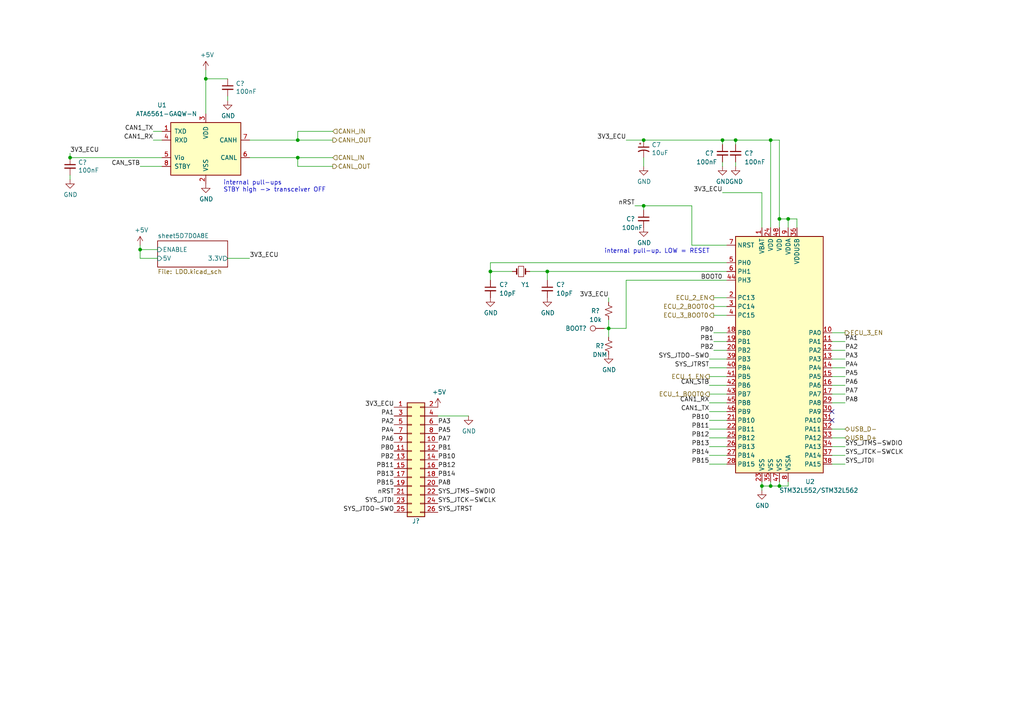
<source format=kicad_sch>
(kicad_sch (version 20230121) (generator eeschema)
  (paper "A4")
  (title_block (title "RAMN: Resistant Automotive Miniature Network V1.0") (date "2024-02-20") (rev "B2L") (company "Copyright (c) 2024 TOYOTA MOTOR CORPORATION. ALL RIGHTS RESERVED.") (comment 3 "License: CC BY-SA 4.0") (comment 4 "https://github.com/toyotainfotech/ramn"))
  (lib_symbols
    (symbol "Connector:TestPoint" (pin_numbers hide) (pin_names (offset 0.762) hide)
      (property "Reference" "TP" (at 0 6.858 0))
      (property "Value" "TestPoint" (at 0 5.08 0))
      (symbol "TestPoint_0_1"
        (circle (center 0 3.302) (radius 0.762))
      )
      (symbol "TestPoint_1_1"
        (pin passive line (at 0 0 90) (length 2.54) (name "1") (number "1"))
      )
    )
    (symbol "Connector_Generic:Conn_02x13_Odd_Even" (pin_names (offset 1.016) hide)
      (property "Reference" "J" (at 1.27 17.78 0))
      (property "Value" "Conn_02x13_Odd_Even" (at 1.27 -17.78 0))
      (symbol "Conn_02x13_Odd_Even_1_1"
        (rectangle (start -1.27 -15.113) (end 0 -15.367) (stroke (width 0.1524)))
        (rectangle (start -1.27 -12.573) (end 0 -12.827) (stroke (width 0.1524)))
        (rectangle (start -1.27 -10.033) (end 0 -10.287) (stroke (width 0.1524)))
        (rectangle (start -1.27 -7.493) (end 0 -7.747) (stroke (width 0.1524)))
        (rectangle (start -1.27 -4.953) (end 0 -5.207) (stroke (width 0.1524)))
        (rectangle (start -1.27 -2.413) (end 0 -2.667) (stroke (width 0.1524)))
        (rectangle (start -1.27 0.127) (end 0 -0.127) (stroke (width 0.1524)))
        (rectangle (start -1.27 2.667) (end 0 2.413) (stroke (width 0.1524)))
        (rectangle (start -1.27 5.207) (end 0 4.953) (stroke (width 0.1524)))
        (rectangle (start -1.27 7.747) (end 0 7.493) (stroke (width 0.1524)))
        (rectangle (start -1.27 10.287) (end 0 10.033) (stroke (width 0.1524)))
        (rectangle (start -1.27 12.827) (end 0 12.573) (stroke (width 0.1524)))
        (rectangle (start -1.27 15.367) (end 0 15.113) (stroke (width 0.1524)))
        (rectangle (start -1.27 16.51) (end 3.81 -16.51) (stroke (width 0.254)) (fill (type background)))
        (rectangle (start 3.81 -15.113) (end 2.54 -15.367) (stroke (width 0.1524)))
        (rectangle (start 3.81 -12.573) (end 2.54 -12.827) (stroke (width 0.1524)))
        (rectangle (start 3.81 -10.033) (end 2.54 -10.287) (stroke (width 0.1524)))
        (rectangle (start 3.81 -7.493) (end 2.54 -7.747) (stroke (width 0.1524)))
        (rectangle (start 3.81 -4.953) (end 2.54 -5.207) (stroke (width 0.1524)))
        (rectangle (start 3.81 -2.413) (end 2.54 -2.667) (stroke (width 0.1524)))
        (rectangle (start 3.81 0.127) (end 2.54 -0.127) (stroke (width 0.1524)))
        (rectangle (start 3.81 2.667) (end 2.54 2.413) (stroke (width 0.1524)))
        (rectangle (start 3.81 5.207) (end 2.54 4.953) (stroke (width 0.1524)))
        (rectangle (start 3.81 7.747) (end 2.54 7.493) (stroke (width 0.1524)))
        (rectangle (start 3.81 10.287) (end 2.54 10.033) (stroke (width 0.1524)))
        (rectangle (start 3.81 12.827) (end 2.54 12.573) (stroke (width 0.1524)))
        (rectangle (start 3.81 15.367) (end 2.54 15.113) (stroke (width 0.1524)))
        (pin passive line (at -5.08 15.24 0) (length 3.81) (name "Pin_1") (number "1"))
        (pin passive line (at 7.62 5.08 180) (length 3.81) (name "Pin_10") (number "10"))
        (pin passive line (at -5.08 2.54 0) (length 3.81) (name "Pin_11") (number "11"))
        (pin passive line (at 7.62 2.54 180) (length 3.81) (name "Pin_12") (number "12"))
        (pin passive line (at -5.08 0 0) (length 3.81) (name "Pin_13") (number "13"))
        (pin passive line (at 7.62 0 180) (length 3.81) (name "Pin_14") (number "14"))
        (pin passive line (at -5.08 -2.54 0) (length 3.81) (name "Pin_15") (number "15"))
        (pin passive line (at 7.62 -2.54 180) (length 3.81) (name "Pin_16") (number "16"))
        (pin passive line (at -5.08 -5.08 0) (length 3.81) (name "Pin_17") (number "17"))
        (pin passive line (at 7.62 -5.08 180) (length 3.81) (name "Pin_18") (number "18"))
        (pin passive line (at -5.08 -7.62 0) (length 3.81) (name "Pin_19") (number "19"))
        (pin passive line (at 7.62 15.24 180) (length 3.81) (name "Pin_2") (number "2"))
        (pin passive line (at 7.62 -7.62 180) (length 3.81) (name "Pin_20") (number "20"))
        (pin passive line (at -5.08 -10.16 0) (length 3.81) (name "Pin_21") (number "21"))
        (pin passive line (at 7.62 -10.16 180) (length 3.81) (name "Pin_22") (number "22"))
        (pin passive line (at -5.08 -12.7 0) (length 3.81) (name "Pin_23") (number "23"))
        (pin passive line (at 7.62 -12.7 180) (length 3.81) (name "Pin_24") (number "24"))
        (pin passive line (at -5.08 -15.24 0) (length 3.81) (name "Pin_25") (number "25"))
        (pin passive line (at 7.62 -15.24 180) (length 3.81) (name "Pin_26") (number "26"))
        (pin passive line (at -5.08 12.7 0) (length 3.81) (name "Pin_3") (number "3"))
        (pin passive line (at 7.62 12.7 180) (length 3.81) (name "Pin_4") (number "4"))
        (pin passive line (at -5.08 10.16 0) (length 3.81) (name "Pin_5") (number "5"))
        (pin passive line (at 7.62 10.16 180) (length 3.81) (name "Pin_6") (number "6"))
        (pin passive line (at -5.08 7.62 0) (length 3.81) (name "Pin_7") (number "7"))
        (pin passive line (at 7.62 7.62 180) (length 3.81) (name "Pin_8") (number "8"))
        (pin passive line (at -5.08 5.08 0) (length 3.81) (name "Pin_9") (number "9"))
      )
    )
    (symbol "Device:C_Small" (pin_numbers hide) (pin_names (offset 0.254) hide)
      (property "Reference" "C" (at 0.254 1.778 0))
      (property "Value" "C_Small" (at 0.254 -2.032 0))
      (symbol "C_Small_0_1"
        (polyline (pts (xy -1.524 -0.508) (xy 1.524 -0.508)) (stroke (width 0.3302)))
        (polyline (pts (xy -1.524 0.508) (xy 1.524 0.508)) (stroke (width 0.3048)))
      )
      (symbol "C_Small_1_1"
        (pin passive line (at 0 2.54 270) (length 2.032) (name "~") (number "1"))
        (pin passive line (at 0 -2.54 90) (length 2.032) (name "~") (number "2"))
      )
    )
    (symbol "Device:Crystal_Small" (pin_numbers hide) (pin_names (offset 1.016) hide)
      (property "Reference" "Y" (at 0 2.54 0))
      (property "Value" "Crystal_Small" (at 0 -2.54 0))
      (symbol "Crystal_Small_0_1"
        (rectangle (start -0.762 -1.524) (end 0.762 1.524))
        (polyline (pts (xy -1.27 -0.762) (xy -1.27 0.762)) (stroke (width 0.381)))
        (polyline (pts (xy 1.27 -0.762) (xy 1.27 0.762)) (stroke (width 0.381)))
      )
      (symbol "Crystal_Small_1_1"
        (pin passive line (at -2.54 0 0) (length 1.27) (name "1") (number "1"))
        (pin passive line (at 2.54 0 180) (length 1.27) (name "2") (number "2"))
      )
    )
    (symbol "Device:R_Small_US" (pin_numbers hide) (pin_names (offset 0.254) hide)
      (property "Reference" "R" (at 0.762 0.508 0))
      (property "Value" "R_Small_US" (at 0.762 -1.016 0))
      (symbol "R_Small_US_1_1"
        (polyline (pts (xy 0 0) (xy 1.016 -0.381) (xy 0 -0.762) (xy -1.016 -1.143) (xy 0 -1.524)))
        (polyline (pts (xy 0 1.524) (xy 1.016 1.143) (xy 0 0.762) (xy -1.016 0.381) (xy 0 0)))
        (pin passive line (at 0 2.54 270) (length 1.016) (name "~") (number "1"))
        (pin passive line (at 0 -2.54 90) (length 1.016) (name "~") (number "2"))
      )
    )
    (symbol "Interface_CAN_LIN:MCP2562-E-SN" (pin_names (offset 1.016))
      (property "Reference" "U" (at -10.16 8.89 0))
      (property "Value" "MCP2562-E-SN" (at 2.54 8.89 0))
      (symbol "MCP2562-E-SN_0_1"
        (rectangle (start -10.16 7.62) (end 10.16 -7.62) (stroke (width 0.254)) (fill (type background)))
      )
      (symbol "MCP2562-E-SN_1_1"
        (pin input line (at -12.7 5.08 0) (length 2.54) (name "TXD") (number "1"))
        (pin power_in line (at 0 -10.16 90) (length 2.54) (name "VSS") (number "2"))
        (pin power_in line (at 0 10.16 270) (length 2.54) (name "VDD") (number "3"))
        (pin output line (at -12.7 2.54 0) (length 2.54) (name "RXD") (number "4"))
        (pin power_in line (at -12.7 -2.54 0) (length 2.54) (name "Vio") (number "5"))
        (pin bidirectional line (at 12.7 -2.54 180) (length 2.54) (name "CANL") (number "6"))
        (pin bidirectional line (at 12.7 2.54 180) (length 2.54) (name "CANH") (number "7"))
        (pin input line (at -12.7 -5.08 0) (length 2.54) (name "STBY") (number "8"))
      )
    )
    (symbol "power:+5V" (power) (pin_names (offset 0))
      (property "Value" "+5V" (at 0 3.556 0))
      (symbol "+5V_0_1"
        (polyline (pts (xy -0.762 1.27) (xy 0 2.54)))
        (polyline (pts (xy 0 0) (xy 0 2.54)))
        (polyline (pts (xy 0 2.54) (xy 0.762 1.27)))
      )
      (symbol "+5V_1_1"
        (pin power_in line (at 0 0 90) (length 0) hide (name "+5V") (number "1"))
      )
    )
    (symbol "power:GND" (power) (pin_names (offset 0))
      (property "Value" "GND" (at 0 -3.81 0))
      (symbol "GND_0_1"
        (polyline (pts (xy 0 0) (xy 0 -1.27) (xy 1.27 -1.27) (xy 0 -2.54) (xy -1.27 -1.27) (xy 0 -1.27)))
      )
      (symbol "GND_1_1"
        (pin power_in line (at 0 0 270) (length 0) hide (name "GND") (number "1"))
      )
    )
    (symbol "ramn-rescue:CP1_Small-Device" (pin_numbers hide) (pin_names (offset 0.254) hide)
      (property "Reference" "C" (at 0.254 1.778 0))
      (property "Value" "Device_CP1_Small" (at 0.254 -2.032 0))
      (symbol "CP1_Small-Device_0_1"
        (polyline (pts (xy -1.524 0.508) (xy 1.524 0.508)) (stroke (width 0.3048)))
        (polyline (pts (xy -1.27 1.524) (xy -0.762 1.524)))
        (polyline (pts (xy -1.016 1.27) (xy -1.016 1.778)))
        (arc (start 1.524 -0.762) (mid 0 -0.3734) (end -1.524 -0.762) (stroke (width 0.3048)))
      )
      (symbol "CP1_Small-Device_1_1"
        (pin passive line (at 0 2.54 270) (length 2.032) (name "~") (number "1"))
        (pin passive line (at 0 -2.54 90) (length 2.032) (name "~") (number "2"))
      )
    )
    (symbol "ramn-rescue:STM32L443CCTx-MCU_ST_STM32L4"
      (property "Reference" "U" (at -12.7 34.29 0))
      (property "Value" "MCU_ST_STM32L4_STM32L443CCTx" (at 7.62 34.29 0))
      (symbol "STM32L443CCTx-MCU_ST_STM32L4_0_1"
        (rectangle (start -12.7 -35.56) (end 12.7 33.02) (stroke (width 0.254)) (fill (type background)))
      )
      (symbol "STM32L443CCTx-MCU_ST_STM32L4_1_1"
        (pin power_in line (at -5.08 35.56 270) (length 2.54) (name "VBAT") (number "1"))
        (pin bidirectional line (at 15.24 5.08 180) (length 2.54) (name "PA0") (number "10"))
        (pin bidirectional line (at 15.24 2.54 180) (length 2.54) (name "PA1") (number "11"))
        (pin bidirectional line (at 15.24 0 180) (length 2.54) (name "PA2") (number "12"))
        (pin bidirectional line (at 15.24 -2.54 180) (length 2.54) (name "PA3") (number "13"))
        (pin bidirectional line (at 15.24 -5.08 180) (length 2.54) (name "PA4") (number "14"))
        (pin bidirectional line (at 15.24 -7.62 180) (length 2.54) (name "PA5") (number "15"))
        (pin bidirectional line (at 15.24 -10.16 180) (length 2.54) (name "PA6") (number "16"))
        (pin bidirectional line (at 15.24 -12.7 180) (length 2.54) (name "PA7") (number "17"))
        (pin bidirectional line (at -15.24 5.08 0) (length 2.54) (name "PB0") (number "18"))
        (pin bidirectional line (at -15.24 2.54 0) (length 2.54) (name "PB1") (number "19"))
        (pin bidirectional line (at -15.24 15.24 0) (length 2.54) (name "PC13") (number "2"))
        (pin bidirectional line (at -15.24 0 0) (length 2.54) (name "PB2") (number "20"))
        (pin bidirectional line (at -15.24 -20.32 0) (length 2.54) (name "PB10") (number "21"))
        (pin bidirectional line (at -15.24 -22.86 0) (length 2.54) (name "PB11") (number "22"))
        (pin power_in line (at -5.08 -38.1 90) (length 2.54) (name "VSS") (number "23"))
        (pin power_in line (at -2.54 35.56 270) (length 2.54) (name "VDD") (number "24"))
        (pin bidirectional line (at -15.24 -25.4 0) (length 2.54) (name "PB12") (number "25"))
        (pin bidirectional line (at -15.24 -27.94 0) (length 2.54) (name "PB13") (number "26"))
        (pin bidirectional line (at -15.24 -30.48 0) (length 2.54) (name "PB14") (number "27"))
        (pin bidirectional line (at -15.24 -33.02 0) (length 2.54) (name "PB15") (number "28"))
        (pin bidirectional line (at 15.24 -15.24 180) (length 2.54) (name "PA8") (number "29"))
        (pin bidirectional line (at -15.24 12.7 0) (length 2.54) (name "PC14") (number "3"))
        (pin bidirectional line (at 15.24 -17.78 180) (length 2.54) (name "PA9") (number "30"))
        (pin bidirectional line (at 15.24 -20.32 180) (length 2.54) (name "PA10") (number "31"))
        (pin bidirectional line (at 15.24 -22.86 180) (length 2.54) (name "PA11") (number "32"))
        (pin bidirectional line (at 15.24 -25.4 180) (length 2.54) (name "PA12") (number "33"))
        (pin bidirectional line (at 15.24 -27.94 180) (length 2.54) (name "PA13") (number "34"))
        (pin power_in line (at -2.54 -38.1 90) (length 2.54) (name "VSS") (number "35"))
        (pin power_in line (at 5.08 35.56 270) (length 2.54) (name "VDDUSB") (number "36"))
        (pin bidirectional line (at 15.24 -30.48 180) (length 2.54) (name "PA14") (number "37"))
        (pin bidirectional line (at 15.24 -33.02 180) (length 2.54) (name "PA15") (number "38"))
        (pin bidirectional line (at -15.24 -2.54 0) (length 2.54) (name "PB3") (number "39"))
        (pin bidirectional line (at -15.24 10.16 0) (length 2.54) (name "PC15") (number "4"))
        (pin bidirectional line (at -15.24 -5.08 0) (length 2.54) (name "PB4") (number "40"))
        (pin bidirectional line (at -15.24 -7.62 0) (length 2.54) (name "PB5") (number "41"))
        (pin bidirectional line (at -15.24 -10.16 0) (length 2.54) (name "PB6") (number "42"))
        (pin bidirectional line (at -15.24 -12.7 0) (length 2.54) (name "PB7") (number "43"))
        (pin bidirectional line (at -15.24 20.32 0) (length 2.54) (name "PH3") (number "44"))
        (pin bidirectional line (at -15.24 -15.24 0) (length 2.54) (name "PB8") (number "45"))
        (pin bidirectional line (at -15.24 -17.78 0) (length 2.54) (name "PB9") (number "46"))
        (pin power_in line (at 0 -38.1 90) (length 2.54) (name "VSS") (number "47"))
        (pin power_in line (at 0 35.56 270) (length 2.54) (name "VDD") (number "48"))
        (pin input line (at -15.24 25.4 0) (length 2.54) (name "PH0") (number "5"))
        (pin input line (at -15.24 22.86 0) (length 2.54) (name "PH1") (number "6"))
        (pin input line (at -15.24 30.48 0) (length 2.54) (name "NRST") (number "7"))
        (pin power_in line (at 2.54 -38.1 90) (length 2.54) (name "VSSA") (number "8"))
        (pin power_in line (at 2.54 35.56 270) (length 2.54) (name "VDDA") (number "9"))
      )
    )
  )
  (junction (at 86.36 45.72))
  (junction (at 213.36 40.64))
  (junction (at 223.52 140.97))
  (junction (at 220.98 140.97))
  (junction (at 142.24 78.74))
  (junction (at 186.69 59.69))
  (junction (at 209.55 40.64))
  (junction (at 86.36 40.64))
  (junction (at 158.75 78.74))
  (junction (at 20.32 45.72))
  (junction (at 176.53 95.25))
  (junction (at 40.64 72.39))
  (junction (at 228.6 63.5))
  (junction (at 226.06 63.5))
  (junction (at 223.52 40.64))
  (junction (at 59.69 22.86))
  (junction (at 186.69 40.64))
  (junction (at 226.06 140.97))
  (no_connect (at 241.3 121.92))
  (no_connect (at 241.3 119.38))
  (wire (pts (xy 241.3 106.68) (xy 245.11 106.68)))
  (wire (pts (xy 205.74 134.62) (xy 210.82 134.62)))
  (wire (pts (xy 86.36 48.26) (xy 96.52 48.26)))
  (wire (pts (xy 181.61 81.28) (xy 210.82 81.28)))
  (wire (pts (xy 231.14 63.5) (xy 231.14 66.04)))
  (wire (pts (xy 241.3 101.6) (xy 245.11 101.6)))
  (wire (pts (xy 213.36 46.99) (xy 213.36 48.26)))
  (wire (pts (xy 176.53 95.25) (xy 176.53 97.79)))
  (wire (pts (xy 46.99 48.26) (xy 40.64 48.26)))
  (wire (pts (xy 241.3 127) (xy 245.11 127)))
  (wire (pts (xy 200.66 59.69) (xy 200.66 71.12)))
  (wire (pts (xy 72.39 45.72) (xy 86.36 45.72)))
  (wire (pts (xy 207.01 96.52) (xy 210.82 96.52)))
  (wire (pts (xy 20.32 45.72) (xy 46.99 45.72)))
  (wire (pts (xy 210.82 106.68) (xy 205.74 106.68)))
  (wire (pts (xy 45.72 72.39) (xy 40.64 72.39)))
  (wire (pts (xy 158.75 78.74) (xy 158.75 81.28)))
  (wire (pts (xy 241.3 109.22) (xy 245.11 109.22)))
  (wire (pts (xy 213.36 40.64) (xy 223.52 40.64)))
  (wire (pts (xy 205.74 132.08) (xy 210.82 132.08)))
  (wire (pts (xy 205.74 124.46) (xy 210.82 124.46)))
  (wire (pts (xy 86.36 40.64) (xy 96.52 40.64)))
  (wire (pts (xy 205.74 127) (xy 210.82 127)))
  (wire (pts (xy 20.32 50.8) (xy 20.32 52.07)))
  (wire (pts (xy 207.01 99.06) (xy 210.82 99.06)))
  (wire (pts (xy 186.69 59.69) (xy 200.66 59.69)))
  (wire (pts (xy 66.04 27.94) (xy 66.04 29.21)))
  (wire (pts (xy 223.52 140.97) (xy 220.98 140.97)))
  (wire (pts (xy 66.04 22.86) (xy 59.69 22.86)))
  (wire (pts (xy 241.3 114.3) (xy 245.11 114.3)))
  (wire (pts (xy 241.3 96.52) (xy 245.11 96.52)))
  (wire (pts (xy 226.06 63.5) (xy 226.06 40.64)))
  (wire (pts (xy 205.74 121.92) (xy 210.82 121.92)))
  (wire (pts (xy 228.6 140.97) (xy 226.06 140.97)))
  (wire (pts (xy 228.6 63.5) (xy 231.14 63.5)))
  (wire (pts (xy 223.52 40.64) (xy 226.06 40.64)))
  (wire (pts (xy 205.74 111.76) (xy 210.82 111.76)))
  (wire (pts (xy 226.06 139.7) (xy 226.06 140.97)))
  (wire (pts (xy 207.01 101.6) (xy 210.82 101.6)))
  (wire (pts (xy 226.06 66.04) (xy 226.06 63.5)))
  (wire (pts (xy 86.36 48.26) (xy 86.36 45.72)))
  (wire (pts (xy 220.98 55.88) (xy 220.98 66.04)))
  (wire (pts (xy 59.69 22.86) (xy 59.69 33.02)))
  (wire (pts (xy 200.66 71.12) (xy 210.82 71.12)))
  (wire (pts (xy 220.98 140.97) (xy 220.98 142.24)))
  (wire (pts (xy 40.64 71.12) (xy 40.64 72.39)))
  (wire (pts (xy 66.04 74.93) (xy 72.39 74.93)))
  (wire (pts (xy 176.53 92.71) (xy 176.53 95.25)))
  (wire (pts (xy 210.82 114.3) (xy 205.74 114.3)))
  (wire (pts (xy 228.6 66.04) (xy 228.6 63.5)))
  (wire (pts (xy 241.3 99.06) (xy 245.11 99.06)))
  (wire (pts (xy 226.06 140.97) (xy 223.52 140.97)))
  (wire (pts (xy 142.24 78.74) (xy 142.24 81.28)))
  (wire (pts (xy 186.69 45.72) (xy 186.69 48.26)))
  (wire (pts (xy 44.45 38.1) (xy 46.99 38.1)))
  (wire (pts (xy 186.69 40.64) (xy 209.55 40.64)))
  (wire (pts (xy 153.67 78.74) (xy 158.75 78.74)))
  (wire (pts (xy 205.74 109.22) (xy 210.82 109.22)))
  (wire (pts (xy 186.69 60.96) (xy 186.69 59.69)))
  (wire (pts (xy 186.69 40.64) (xy 181.61 40.64)))
  (wire (pts (xy 44.45 40.64) (xy 46.99 40.64)))
  (wire (pts (xy 142.24 76.2) (xy 210.82 76.2)))
  (wire (pts (xy 176.53 95.25) (xy 175.26 95.25)))
  (wire (pts (xy 205.74 129.54) (xy 210.82 129.54)))
  (wire (pts (xy 245.11 132.08) (xy 241.3 132.08)))
  (wire (pts (xy 181.61 95.25) (xy 176.53 95.25)))
  (wire (pts (xy 205.74 116.84) (xy 210.82 116.84)))
  (wire (pts (xy 241.3 104.14) (xy 245.11 104.14)))
  (wire (pts (xy 158.75 78.74) (xy 210.82 78.74)))
  (wire (pts (xy 223.52 66.04) (xy 223.52 40.64)))
  (wire (pts (xy 210.82 91.44) (xy 207.01 91.44)))
  (wire (pts (xy 127 120.65) (xy 135.89 120.65)))
  (wire (pts (xy 176.53 86.36) (xy 176.53 87.63)))
  (wire (pts (xy 241.3 111.76) (xy 245.11 111.76)))
  (wire (pts (xy 213.36 40.64) (xy 213.36 41.91)))
  (wire (pts (xy 72.39 40.64) (xy 86.36 40.64)))
  (wire (pts (xy 209.55 40.64) (xy 209.55 41.91)))
  (wire (pts (xy 205.74 119.38) (xy 210.82 119.38)))
  (wire (pts (xy 181.61 81.28) (xy 181.61 95.25)))
  (wire (pts (xy 40.64 72.39) (xy 40.64 74.93)))
  (wire (pts (xy 40.64 74.93) (xy 45.72 74.93)))
  (wire (pts (xy 245.11 124.46) (xy 241.3 124.46)))
  (wire (pts (xy 228.6 139.7) (xy 228.6 140.97)))
  (wire (pts (xy 223.52 139.7) (xy 223.52 140.97)))
  (wire (pts (xy 207.01 86.36) (xy 210.82 86.36)))
  (wire (pts (xy 209.55 46.99) (xy 209.55 48.26)))
  (wire (pts (xy 142.24 76.2) (xy 142.24 78.74)))
  (wire (pts (xy 86.36 38.1) (xy 96.52 38.1)))
  (wire (pts (xy 241.3 116.84) (xy 245.11 116.84)))
  (wire (pts (xy 228.6 63.5) (xy 226.06 63.5)))
  (wire (pts (xy 59.69 20.32) (xy 59.69 22.86)))
  (wire (pts (xy 207.01 88.9) (xy 210.82 88.9)))
  (wire (pts (xy 86.36 40.64) (xy 86.36 38.1)))
  (wire (pts (xy 86.36 45.72) (xy 96.52 45.72)))
  (wire (pts (xy 209.55 55.88) (xy 220.98 55.88)))
  (wire (pts (xy 209.55 40.64) (xy 213.36 40.64)))
  (wire (pts (xy 245.11 134.62) (xy 241.3 134.62)))
  (wire (pts (xy 142.24 78.74) (xy 148.59 78.74)))
  (wire (pts (xy 210.82 104.14) (xy 205.74 104.14)))
  (wire (pts (xy 220.98 139.7) (xy 220.98 140.97)))
  (wire (pts (xy 20.32 44.45) (xy 20.32 45.72)))
  (wire (pts (xy 186.69 59.69) (xy 184.15 59.69)))
  (wire (pts (xy 241.3 129.54) (xy 245.11 129.54)))
  (text "internal pull-ups\nSTBY high -> transceiver OFF" (at 64.77 55.88 0) (effects (font (size 1.27 1.27)) (justify left bottom)))
  (text "internal pull-up. LOW = RESET" (at 175.26 73.66 0) (effects (font (size 1.27 1.27)) (justify left bottom)))
  (label "3V3_ECU" (at 114.3 118.11 180))
  (label "PA8" (at 127 140.97 0))
  (label "PB1" (at 127 130.81 0))
  (label "SYS_JTMS-SWDIO" (at 245.11 129.54 0))
  (label "PB1" (at 207.01 99.06 180))
  (label "CAN1_TX" (at 44.45 38.1 180))
  (label "CAN1_RX" (at 205.74 116.84 180))
  (label "PA6" (at 114.3 128.27 180))
  (label "SYS_JTRST" (at 127 148.59 0))
  (label "SYS_JTDI" (at 245.11 134.62 0))
  (label "CAN1_RX" (at 44.45 40.64 180))
  (label "PA6" (at 245.11 111.76 0))
  (label "PB11" (at 114.3 135.89 180))
  (label "3V3_ECU" (at 72.39 74.93 0))
  (label "3V3_ECU" (at 209.55 55.88 180))
  (label "PA7" (at 127 128.27 0))
  (label "SYS_JTCK-SWCLK" (at 245.11 132.08 0))
  (label "PB11" (at 205.74 124.46 180))
  (label "CAN_STB" (at 40.64 48.26 180))
  (label "nRST" (at 114.3 143.51 180))
  (label "SYS_JTDI" (at 114.3 146.05 180))
  (label "3V3_ECU" (at 181.61 40.64 180))
  (label "PB10" (at 127 133.35 0))
  (label "PB14" (at 127 138.43 0))
  (label "PB0" (at 114.3 130.81 180))
  (label "PA5" (at 245.11 109.22 0))
  (label "PB15" (at 114.3 140.97 180))
  (label "SYS_JTMS-SWDIO" (at 127 143.51 0))
  (label "CAN_STB" (at 205.74 111.76 180))
  (label "PB12" (at 127 135.89 0))
  (label "PA7" (at 245.11 114.3 0))
  (label "PB14" (at 205.74 132.08 180))
  (label "3V3_ECU" (at 20.32 44.45 0))
  (label "PB13" (at 114.3 138.43 180))
  (label "SYS_JTCK-SWCLK" (at 127 146.05 0))
  (label "nRST" (at 184.15 59.69 180))
  (label "PA1" (at 114.3 120.65 180))
  (label "PA3" (at 245.11 104.14 0))
  (label "PB2" (at 114.3 133.35 180))
  (label "PA1" (at 245.11 99.06 0))
  (label "PA8" (at 245.11 116.84 0))
  (label "PA4" (at 114.3 125.73 180))
  (label "PA5" (at 127 125.73 0))
  (label "PB12" (at 205.74 127 180))
  (label "SYS_JTRST" (at 205.74 106.68 180))
  (label "PB15" (at 205.74 134.62 180))
  (label "3V3_ECU" (at 176.53 86.36 180))
  (label "PB2" (at 207.01 101.6 180))
  (label "PA2" (at 245.11 101.6 0))
  (label "SYS_JTDO-SWO" (at 205.74 104.14 180))
  (label "PA4" (at 245.11 106.68 0))
  (label "PB10" (at 205.74 121.92 180))
  (label "SYS_JTDO-SWO" (at 114.3 148.59 180))
  (label "PB0" (at 207.01 96.52 180))
  (label "PA2" (at 114.3 123.19 180))
  (label "PA3" (at 127 123.19 0))
  (label "BOOT0" (at 209.55 81.28 180))
  (label "PB13" (at 205.74 129.54 180))
  (label "CAN1_TX" (at 205.74 119.38 180))
  (hierarchical_label "CANL_IN" (shape input) (at 96.52 45.72 0))
  (hierarchical_label "ECU_3_EN" (shape output) (at 245.11 96.52 0))
  (hierarchical_label "ECU_2_BOOT0" (shape output) (at 207.01 88.9 180))
  (hierarchical_label "USB_D-" (shape bidirectional) (at 245.11 124.46 0))
  (hierarchical_label "ECU_2_EN" (shape output) (at 207.01 86.36 180))
  (hierarchical_label "ECU_1_EN" (shape output) (at 205.74 109.22 180))
  (hierarchical_label "CANL_OUT" (shape output) (at 96.52 48.26 0))
  (hierarchical_label "CANH_OUT" (shape output) (at 96.52 40.64 0))
  (hierarchical_label "ECU_3_BOOT0" (shape output) (at 207.01 91.44 180))
  (hierarchical_label "CANH_IN" (shape input) (at 96.52 38.1 0))
  (hierarchical_label "USB_D+" (shape bidirectional) (at 245.11 127 0))
  (hierarchical_label "ECU_1_BOOT0" (shape output) (at 205.74 114.3 180))
  (symbol (lib_id "power:+5V") (at 40.64 71.12 0) (unit 1)
    (property "Reference" "#PWR07" (effects hide))
    (property "Value" "+5V" (at 41.021 66.7258 0))
  )
  (symbol (lib_id "power:GND") (at 135.89 120.65 0) (unit 1)
    (property "Reference" "#PWR012" (effects hide))
    (property "Value" "GND" (at 136.017 125.0442 0))
    (instances (project "ramn" (path "" (reference "#PWR012") (unit 1)) (path "" (reference "#PWR?") (unit 1)) (path "" (reference "#PWR?") (unit 1)) (path "" (reference "#PWR?") (unit 1))))
  )
  (symbol (lib_id "power:+5V") (at 127 118.11 0) (unit 1)
    (property "Reference" "#PWR?" (effects hide))
    (property "Value" "+5V" (at 127.381 113.7158 0))
    (instances (project "ramn" (path "" (reference "#PWR?") (unit 1)) (path "" (reference "#PWR?") (unit 1)) (path "" (reference "#PWR?") (unit 1)) (path "" (reference "#PWR011") (unit 1))))
  )
  (symbol (lib_id "ramn-rescue:STM32L443CCTx-MCU_ST_STM32L4") (at 226.06 101.6 0) (unit 1)
    (property "Reference" "U2" (at 234.95 139.7 0))
    (property "Value" "STM32L552/STM32L562" (at 237.49 142.24 0))
    (property "Footprint" "Package_QFP:LQFP-48_7x7mm_P0.5mm" (effects hide))
    (property "Datasheet" "http://www.st.com/st-web-ui/static/active/en/resource/technical/document/datasheet/DM00254865.pdf" (effects hide))
    (instances (project "ramn" (path "" (reference "U2") (unit 1)) (path "" (reference "U?") (unit 1))))
  )
  (symbol (lib_id "Device:C_Small") (at 209.55 44.45 0) (unit 1)
    (property "Reference" "C?" (at 204.47 44.45 0) (effects (justify left)))
    (property "Value" "100nF" (at 201.93 46.99 0) (effects (justify left)))
    (property "Footprint" "Capacitor_SMD:C_0603_1608Metric" (effects hide))
    (instances (project "ramn" (path "" (reference "C?") (unit 1)) (path "" (reference "C9") (unit 1))))
  )
  (symbol (lib_id "Device:C_Small") (at 213.36 44.45 0) (unit 1)
    (property "Reference" "C?" (at 215.9 44.45 0) (effects (justify left)))
    (property "Value" "100nF" (at 215.9 46.99 0) (effects (justify left)))
    (property "Footprint" "Capacitor_SMD:C_0603_1608Metric" (effects hide))
    (instances (project "ramn" (path "" (reference "C?") (unit 1)) (path "" (reference "C10") (unit 1))))
  )
  (symbol (lib_id "power:GND") (at 213.36 48.26 0) (unit 1)
    (property "Reference" "#PWR019" (effects hide))
    (property "Value" "GND" (at 213.487 52.6542 0))
    (instances (project "ramn" (path "" (reference "#PWR019") (unit 1)) (path "" (reference "#PWR?") (unit 1))))
  )
  (symbol (lib_id "power:GND") (at 209.55 48.26 0) (unit 1)
    (property "Reference" "#PWR018" (effects hide))
    (property "Value" "GND" (at 209.677 52.6542 0))
    (instances (project "ramn" (path "" (reference "#PWR018") (unit 1)) (path "" (reference "#PWR?") (unit 1))))
  )
  (symbol (lib_id "power:GND") (at 186.69 48.26 0) (unit 1)
    (property "Reference" "#PWR016" (effects hide))
    (property "Value" "GND" (at 186.817 52.6542 0))
    (instances (project "ramn" (path "" (reference "#PWR016") (unit 1)) (path "" (reference "#PWR?") (unit 1))))
  )
  (symbol (lib_id "ramn-rescue:CP1_Small-Device") (at 186.69 43.18 0) (unit 1)
    (property "Reference" "C7" (at 189.0014 42.0116 0) (effects (justify left)))
    (property "Value" "10uF" (at 189.0014 44.323 0) (effects (justify left)))
    (property "Footprint" "Capacitor_SMD:C_1206_3216Metric" (effects hide))
    (instances (project "ramn" (path "" (reference "C7") (unit 1)) (path "" (reference "C?") (unit 1))))
  )
  (symbol (lib_id "Device:C_Small") (at 186.69 63.5 0) (unit 1)
    (property "Reference" "C?" (at 181.61 63.5 0) (effects (justify left)))
    (property "Value" "100nF" (at 180.34 66.04 0) (effects (justify left)))
    (property "Footprint" "Capacitor_SMD:C_0603_1608Metric" (effects hide))
    (instances (project "ramn" (path "" (reference "C?") (unit 1)) (path "" (reference "C8") (unit 1))))
  )
  (symbol (lib_id "power:GND") (at 186.69 66.04 0) (unit 1)
    (property "Reference" "#PWR017" (effects hide))
    (property "Value" "GND" (at 186.817 70.4342 0))
    (instances (project "ramn" (path "" (reference "#PWR017") (unit 1)) (path "" (reference "#PWR?") (unit 1))))
  )
  (symbol (lib_id "power:GND") (at 220.98 142.24 0) (unit 1)
    (property "Reference" "#PWR020" (effects hide))
    (property "Value" "GND" (at 221.107 146.6342 0))
    (instances (project "ramn" (path "" (reference "#PWR020") (unit 1)) (path "" (reference "#PWR?") (unit 1))))
  )
  (symbol (lib_id "Device:Crystal_Small") (at 151.13 78.74 0) (unit 1)
    (property "Reference" "Y1" (at 152.4 82.55 0))
    (property "Value" "NX3225GD-8MHZ-STD-CRA-3" (effects hide))
    (property "Footprint" "digikey-footprints:SMD-2_3.2x2.5mm" (effects hide))
    (instances (project "ramn" (path "" (reference "Y1") (unit 1)) (path "" (reference "Y?") (unit 1))))
  )
  (symbol (lib_id "Device:C_Small") (at 142.24 83.82 0) (unit 1)
    (property "Reference" "C?" (at 144.78 82.55 0) (effects (justify left)))
    (property "Value" "10pF" (at 144.78 85.09 0) (effects (justify left)))
    (property "Footprint" "Capacitor_SMD:C_0603_1608Metric" (effects hide))
    (instances (project "ramn" (path "" (reference "C?") (unit 1)) (path "" (reference "C5") (unit 1))))
  )
  (symbol (lib_id "Device:C_Small") (at 158.75 83.82 0) (unit 1)
    (property "Reference" "C?" (at 161.29 82.55 0) (effects (justify left)))
    (property "Value" "10pF" (at 161.29 85.09 0) (effects (justify left)))
    (property "Footprint" "Capacitor_SMD:C_0603_1608Metric" (effects hide))
    (instances (project "ramn" (path "" (reference "C?") (unit 1)) (path "" (reference "C6") (unit 1))))
  )
  (symbol (lib_id "power:GND") (at 158.75 86.36 0) (unit 1)
    (property "Reference" "#PWR014" (effects hide))
    (property "Value" "GND" (at 158.877 90.7542 0))
    (instances (project "ramn" (path "" (reference "#PWR014") (unit 1)) (path "" (reference "#PWR?") (unit 1))))
  )
  (symbol (lib_id "power:GND") (at 142.24 86.36 0) (unit 1)
    (property "Reference" "#PWR013" (effects hide))
    (property "Value" "GND" (at 142.367 90.7542 0))
    (instances (project "ramn" (path "" (reference "#PWR013") (unit 1)) (path "" (reference "#PWR?") (unit 1))))
  )
  (symbol (lib_id "Connector:TestPoint") (at 175.26 95.25 90) (unit 1)
    (property "Reference" "BOOT?" (at 170.18 95.25 90) (effects (justify left)))
    (property "Value" " " (at 174.5742 93.7768 0) (effects (justify left)))
    (property "Footprint" "TestPoint:TestPoint_Pad_D1.0mm" (effects hide))
    (instances (project "ramn" (path "" (reference "BOOT?") (unit 1)) (path "" (reference "BOOT0") (unit 1))))
  )
  (symbol (lib_id "Connector_Generic:Conn_02x13_Odd_Even") (at 119.38 133.35 0) (unit 1)
    (property "Reference" "J?" (at 120.65 151.13 0))
    (property "Value" " " (at 120.65 114.9096 0))
    (property "Footprint" "Connector_PinSocket_2.54mm:PinSocket_2x13_P2.54mm_Vertical" (effects hide))
    (instances (project "ramn" (path "" (reference "J?") (unit 1)) (path "" (reference "J3") (unit 1)) (path "" (reference "J?") (unit 1))))
  )
  (symbol (lib_id "Interface_CAN_LIN:MCP2562-E-SN") (at 59.69 43.18 0) (unit 1)
    (property "Reference" "U1" (at 46.99 30.48 0))
    (property "Value" "ATA6561-GAQW-N" (at 48.26 33.02 0))
    (property "Footprint" "Package_SO:SOIC-8_3.9x4.9mm_P1.27mm" (effects hide))
  )
  (symbol (lib_id "Device:C_Small") (at 20.32 48.26 0) (unit 1)
    (property "Reference" "C?" (at 22.6568 47.0916 0) (effects (justify left)))
    (property "Value" "100nF" (at 22.6568 49.403 0) (effects (justify left)))
    (property "Footprint" "Capacitor_SMD:C_0603_1608Metric" (effects hide))
    (instances (project "ramn" (path "" (reference "C?") (unit 1)) (path "" (reference "C3") (unit 1))))
  )
  (symbol (lib_id "power:GND") (at 20.32 52.07 0) (unit 1)
    (property "Reference" "#PWR06" (effects hide))
    (property "Value" "GND" (at 20.447 56.4642 0))
    (instances (project "ramn" (path "" (reference "#PWR06") (unit 1)) (path "" (reference "#PWR?") (unit 1))))
  )
  (symbol (lib_id "Device:C_Small") (at 66.04 25.4 0) (unit 1)
    (property "Reference" "C?" (at 68.3768 24.2316 0) (effects (justify left)))
    (property "Value" "100nF" (at 68.3768 26.543 0) (effects (justify left)))
    (property "Footprint" "Capacitor_SMD:C_0603_1608Metric" (effects hide))
    (instances (project "ramn" (path "" (reference "C?") (unit 1)) (path "" (reference "C4") (unit 1))))
  )
  (symbol (lib_id "power:GND") (at 66.04 29.21 0) (unit 1)
    (property "Reference" "#PWR010" (effects hide))
    (property "Value" "GND" (at 66.167 33.6042 0))
    (instances (project "ramn" (path "" (reference "#PWR010") (unit 1)) (path "" (reference "#PWR?") (unit 1))))
  )
  (symbol (lib_id "power:+5V") (at 59.69 20.32 0) (unit 1)
    (property "Reference" "#PWR08" (effects hide))
    (property "Value" "+5V" (at 60.071 15.9258 0))
  )
  (symbol (lib_id "power:GND") (at 59.69 53.34 0) (unit 1)
    (property "Reference" "#PWR09" (effects hide))
    (property "Value" "GND" (at 59.817 57.7342 0))
    (instances (project "ramn" (path "" (reference "#PWR09") (unit 1)) (path "" (reference "#PWR?") (unit 1))))
  )
  (symbol (lib_id "Device:R_Small_US") (at 176.53 100.33 0) (unit 1)
    (property "Reference" "R?" (at 173.99 100.33 0))
    (property "Value" "DNM" (at 173.99 102.87 0))
    (property "Footprint" "Resistor_SMD:R_0603_1608Metric" (effects hide))
    (instances (project "ramn" (path "" (reference "R?") (unit 1)) (path "" (reference "R?") (unit 1)) (path "" (reference "R9") (unit 1)) (path "" (reference "R?") (unit 1))))
  )
  (symbol (lib_id "power:GND") (at 176.53 102.87 0) (unit 1)
    (property "Reference" "#PWR015" (effects hide))
    (property "Value" "GND" (at 176.657 107.2642 0))
    (instances (project "ramn" (path "" (reference "#PWR015") (unit 1)) (path "" (reference "#PWR?") (unit 1))))
  )
  (symbol (lib_id "Device:R_Small_US") (at 176.53 90.17 0) (unit 1)
    (property "Reference" "R?" (at 172.72 90.17 0))
    (property "Value" "10k" (at 172.72 92.71 0))
    (property "Footprint" "Resistor_SMD:R_0603_1608Metric" (effects hide))
    (instances (project "ramn" (path "" (reference "R?") (unit 1)) (path "" (reference "R?") (unit 1)) (path "" (reference "R8") (unit 1)) (path "" (reference "R?") (unit 1))))
  )
  (sheet (at 45.72 69.85) (size 20.32 7.62)
    (property "Sheetname" "sheet5D7D0A8E" (at 45.72 69.1384 0) (effects (justify left bottom)))
    (property "Sheetfile" "LDO.kicad_sch" (at 45.72 78.0546 0) (effects (justify left top)))
    (pin "3.3V" output (at 66.04 74.93 0))
    (pin "5V" input (at 45.72 74.93 180))
    (pin "ENABLE" input (at 45.72 72.39 180))
  )
)
</source>
